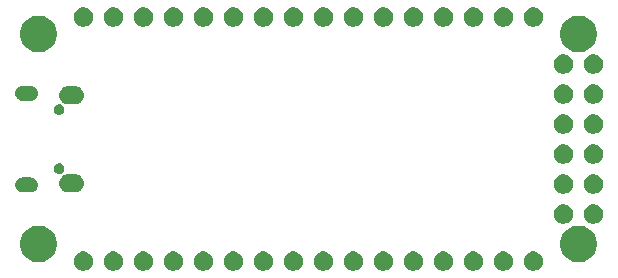
<source format=gbs>
G04 #@! TF.GenerationSoftware,KiCad,Pcbnew,5.1.5-52549c5~84~ubuntu18.04.1*
G04 #@! TF.CreationDate,2019-12-30T17:09:40-05:00*
G04 #@! TF.ProjectId,junebug,6a756e65-6275-4672-9e6b-696361645f70,rev?*
G04 #@! TF.SameCoordinates,Original*
G04 #@! TF.FileFunction,Soldermask,Bot*
G04 #@! TF.FilePolarity,Negative*
%FSLAX46Y46*%
G04 Gerber Fmt 4.6, Leading zero omitted, Abs format (unit mm)*
G04 Created by KiCad (PCBNEW 5.1.5-52549c5~84~ubuntu18.04.1) date 2019-12-30 17:09:40*
%MOMM*%
%LPD*%
G04 APERTURE LIST*
%ADD10C,0.100000*%
G04 APERTURE END LIST*
D10*
G36*
X85129419Y-96970742D02*
G01*
X85278795Y-97032616D01*
X85413230Y-97122443D01*
X85527557Y-97236770D01*
X85617384Y-97371205D01*
X85679258Y-97520581D01*
X85710800Y-97679158D01*
X85710800Y-97840842D01*
X85679258Y-97999419D01*
X85617384Y-98148795D01*
X85527557Y-98283230D01*
X85413230Y-98397557D01*
X85278795Y-98487384D01*
X85129419Y-98549258D01*
X84970842Y-98580800D01*
X84809158Y-98580800D01*
X84650581Y-98549258D01*
X84501205Y-98487384D01*
X84366770Y-98397557D01*
X84252443Y-98283230D01*
X84162616Y-98148795D01*
X84100742Y-97999419D01*
X84069200Y-97840842D01*
X84069200Y-97679158D01*
X84100742Y-97520581D01*
X84162616Y-97371205D01*
X84252443Y-97236770D01*
X84366770Y-97122443D01*
X84501205Y-97032616D01*
X84650581Y-96970742D01*
X84809158Y-96939200D01*
X84970842Y-96939200D01*
X85129419Y-96970742D01*
G37*
G36*
X100369419Y-96970742D02*
G01*
X100518795Y-97032616D01*
X100653230Y-97122443D01*
X100767557Y-97236770D01*
X100857384Y-97371205D01*
X100919258Y-97520581D01*
X100950800Y-97679158D01*
X100950800Y-97840842D01*
X100919258Y-97999419D01*
X100857384Y-98148795D01*
X100767557Y-98283230D01*
X100653230Y-98397557D01*
X100518795Y-98487384D01*
X100369419Y-98549258D01*
X100210842Y-98580800D01*
X100049158Y-98580800D01*
X99890581Y-98549258D01*
X99741205Y-98487384D01*
X99606770Y-98397557D01*
X99492443Y-98283230D01*
X99402616Y-98148795D01*
X99340742Y-97999419D01*
X99309200Y-97840842D01*
X99309200Y-97679158D01*
X99340742Y-97520581D01*
X99402616Y-97371205D01*
X99492443Y-97236770D01*
X99606770Y-97122443D01*
X99741205Y-97032616D01*
X99890581Y-96970742D01*
X100049158Y-96939200D01*
X100210842Y-96939200D01*
X100369419Y-96970742D01*
G37*
G36*
X82589419Y-96970742D02*
G01*
X82738795Y-97032616D01*
X82873230Y-97122443D01*
X82987557Y-97236770D01*
X83077384Y-97371205D01*
X83139258Y-97520581D01*
X83170800Y-97679158D01*
X83170800Y-97840842D01*
X83139258Y-97999419D01*
X83077384Y-98148795D01*
X82987557Y-98283230D01*
X82873230Y-98397557D01*
X82738795Y-98487384D01*
X82589419Y-98549258D01*
X82430842Y-98580800D01*
X82269158Y-98580800D01*
X82110581Y-98549258D01*
X81961205Y-98487384D01*
X81826770Y-98397557D01*
X81712443Y-98283230D01*
X81622616Y-98148795D01*
X81560742Y-97999419D01*
X81529200Y-97840842D01*
X81529200Y-97679158D01*
X81560742Y-97520581D01*
X81622616Y-97371205D01*
X81712443Y-97236770D01*
X81826770Y-97122443D01*
X81961205Y-97032616D01*
X82110581Y-96970742D01*
X82269158Y-96939200D01*
X82430842Y-96939200D01*
X82589419Y-96970742D01*
G37*
G36*
X87669419Y-96970742D02*
G01*
X87818795Y-97032616D01*
X87953230Y-97122443D01*
X88067557Y-97236770D01*
X88157384Y-97371205D01*
X88219258Y-97520581D01*
X88250800Y-97679158D01*
X88250800Y-97840842D01*
X88219258Y-97999419D01*
X88157384Y-98148795D01*
X88067557Y-98283230D01*
X87953230Y-98397557D01*
X87818795Y-98487384D01*
X87669419Y-98549258D01*
X87510842Y-98580800D01*
X87349158Y-98580800D01*
X87190581Y-98549258D01*
X87041205Y-98487384D01*
X86906770Y-98397557D01*
X86792443Y-98283230D01*
X86702616Y-98148795D01*
X86640742Y-97999419D01*
X86609200Y-97840842D01*
X86609200Y-97679158D01*
X86640742Y-97520581D01*
X86702616Y-97371205D01*
X86792443Y-97236770D01*
X86906770Y-97122443D01*
X87041205Y-97032616D01*
X87190581Y-96970742D01*
X87349158Y-96939200D01*
X87510842Y-96939200D01*
X87669419Y-96970742D01*
G37*
G36*
X90209419Y-96970742D02*
G01*
X90358795Y-97032616D01*
X90493230Y-97122443D01*
X90607557Y-97236770D01*
X90697384Y-97371205D01*
X90759258Y-97520581D01*
X90790800Y-97679158D01*
X90790800Y-97840842D01*
X90759258Y-97999419D01*
X90697384Y-98148795D01*
X90607557Y-98283230D01*
X90493230Y-98397557D01*
X90358795Y-98487384D01*
X90209419Y-98549258D01*
X90050842Y-98580800D01*
X89889158Y-98580800D01*
X89730581Y-98549258D01*
X89581205Y-98487384D01*
X89446770Y-98397557D01*
X89332443Y-98283230D01*
X89242616Y-98148795D01*
X89180742Y-97999419D01*
X89149200Y-97840842D01*
X89149200Y-97679158D01*
X89180742Y-97520581D01*
X89242616Y-97371205D01*
X89332443Y-97236770D01*
X89446770Y-97122443D01*
X89581205Y-97032616D01*
X89730581Y-96970742D01*
X89889158Y-96939200D01*
X90050842Y-96939200D01*
X90209419Y-96970742D01*
G37*
G36*
X92749419Y-96970742D02*
G01*
X92898795Y-97032616D01*
X93033230Y-97122443D01*
X93147557Y-97236770D01*
X93237384Y-97371205D01*
X93299258Y-97520581D01*
X93330800Y-97679158D01*
X93330800Y-97840842D01*
X93299258Y-97999419D01*
X93237384Y-98148795D01*
X93147557Y-98283230D01*
X93033230Y-98397557D01*
X92898795Y-98487384D01*
X92749419Y-98549258D01*
X92590842Y-98580800D01*
X92429158Y-98580800D01*
X92270581Y-98549258D01*
X92121205Y-98487384D01*
X91986770Y-98397557D01*
X91872443Y-98283230D01*
X91782616Y-98148795D01*
X91720742Y-97999419D01*
X91689200Y-97840842D01*
X91689200Y-97679158D01*
X91720742Y-97520581D01*
X91782616Y-97371205D01*
X91872443Y-97236770D01*
X91986770Y-97122443D01*
X92121205Y-97032616D01*
X92270581Y-96970742D01*
X92429158Y-96939200D01*
X92590842Y-96939200D01*
X92749419Y-96970742D01*
G37*
G36*
X95289419Y-96970742D02*
G01*
X95438795Y-97032616D01*
X95573230Y-97122443D01*
X95687557Y-97236770D01*
X95777384Y-97371205D01*
X95839258Y-97520581D01*
X95870800Y-97679158D01*
X95870800Y-97840842D01*
X95839258Y-97999419D01*
X95777384Y-98148795D01*
X95687557Y-98283230D01*
X95573230Y-98397557D01*
X95438795Y-98487384D01*
X95289419Y-98549258D01*
X95130842Y-98580800D01*
X94969158Y-98580800D01*
X94810581Y-98549258D01*
X94661205Y-98487384D01*
X94526770Y-98397557D01*
X94412443Y-98283230D01*
X94322616Y-98148795D01*
X94260742Y-97999419D01*
X94229200Y-97840842D01*
X94229200Y-97679158D01*
X94260742Y-97520581D01*
X94322616Y-97371205D01*
X94412443Y-97236770D01*
X94526770Y-97122443D01*
X94661205Y-97032616D01*
X94810581Y-96970742D01*
X94969158Y-96939200D01*
X95130842Y-96939200D01*
X95289419Y-96970742D01*
G37*
G36*
X97829419Y-96970742D02*
G01*
X97978795Y-97032616D01*
X98113230Y-97122443D01*
X98227557Y-97236770D01*
X98317384Y-97371205D01*
X98379258Y-97520581D01*
X98410800Y-97679158D01*
X98410800Y-97840842D01*
X98379258Y-97999419D01*
X98317384Y-98148795D01*
X98227557Y-98283230D01*
X98113230Y-98397557D01*
X97978795Y-98487384D01*
X97829419Y-98549258D01*
X97670842Y-98580800D01*
X97509158Y-98580800D01*
X97350581Y-98549258D01*
X97201205Y-98487384D01*
X97066770Y-98397557D01*
X96952443Y-98283230D01*
X96862616Y-98148795D01*
X96800742Y-97999419D01*
X96769200Y-97840842D01*
X96769200Y-97679158D01*
X96800742Y-97520581D01*
X96862616Y-97371205D01*
X96952443Y-97236770D01*
X97066770Y-97122443D01*
X97201205Y-97032616D01*
X97350581Y-96970742D01*
X97509158Y-96939200D01*
X97670842Y-96939200D01*
X97829419Y-96970742D01*
G37*
G36*
X105449419Y-96970742D02*
G01*
X105598795Y-97032616D01*
X105733230Y-97122443D01*
X105847557Y-97236770D01*
X105937384Y-97371205D01*
X105999258Y-97520581D01*
X106030800Y-97679158D01*
X106030800Y-97840842D01*
X105999258Y-97999419D01*
X105937384Y-98148795D01*
X105847557Y-98283230D01*
X105733230Y-98397557D01*
X105598795Y-98487384D01*
X105449419Y-98549258D01*
X105290842Y-98580800D01*
X105129158Y-98580800D01*
X104970581Y-98549258D01*
X104821205Y-98487384D01*
X104686770Y-98397557D01*
X104572443Y-98283230D01*
X104482616Y-98148795D01*
X104420742Y-97999419D01*
X104389200Y-97840842D01*
X104389200Y-97679158D01*
X104420742Y-97520581D01*
X104482616Y-97371205D01*
X104572443Y-97236770D01*
X104686770Y-97122443D01*
X104821205Y-97032616D01*
X104970581Y-96970742D01*
X105129158Y-96939200D01*
X105290842Y-96939200D01*
X105449419Y-96970742D01*
G37*
G36*
X120689419Y-96970742D02*
G01*
X120838795Y-97032616D01*
X120973230Y-97122443D01*
X121087557Y-97236770D01*
X121177384Y-97371205D01*
X121239258Y-97520581D01*
X121270800Y-97679158D01*
X121270800Y-97840842D01*
X121239258Y-97999419D01*
X121177384Y-98148795D01*
X121087557Y-98283230D01*
X120973230Y-98397557D01*
X120838795Y-98487384D01*
X120689419Y-98549258D01*
X120530842Y-98580800D01*
X120369158Y-98580800D01*
X120210581Y-98549258D01*
X120061205Y-98487384D01*
X119926770Y-98397557D01*
X119812443Y-98283230D01*
X119722616Y-98148795D01*
X119660742Y-97999419D01*
X119629200Y-97840842D01*
X119629200Y-97679158D01*
X119660742Y-97520581D01*
X119722616Y-97371205D01*
X119812443Y-97236770D01*
X119926770Y-97122443D01*
X120061205Y-97032616D01*
X120210581Y-96970742D01*
X120369158Y-96939200D01*
X120530842Y-96939200D01*
X120689419Y-96970742D01*
G37*
G36*
X118149419Y-96970742D02*
G01*
X118298795Y-97032616D01*
X118433230Y-97122443D01*
X118547557Y-97236770D01*
X118637384Y-97371205D01*
X118699258Y-97520581D01*
X118730800Y-97679158D01*
X118730800Y-97840842D01*
X118699258Y-97999419D01*
X118637384Y-98148795D01*
X118547557Y-98283230D01*
X118433230Y-98397557D01*
X118298795Y-98487384D01*
X118149419Y-98549258D01*
X117990842Y-98580800D01*
X117829158Y-98580800D01*
X117670581Y-98549258D01*
X117521205Y-98487384D01*
X117386770Y-98397557D01*
X117272443Y-98283230D01*
X117182616Y-98148795D01*
X117120742Y-97999419D01*
X117089200Y-97840842D01*
X117089200Y-97679158D01*
X117120742Y-97520581D01*
X117182616Y-97371205D01*
X117272443Y-97236770D01*
X117386770Y-97122443D01*
X117521205Y-97032616D01*
X117670581Y-96970742D01*
X117829158Y-96939200D01*
X117990842Y-96939200D01*
X118149419Y-96970742D01*
G37*
G36*
X115609419Y-96970742D02*
G01*
X115758795Y-97032616D01*
X115893230Y-97122443D01*
X116007557Y-97236770D01*
X116097384Y-97371205D01*
X116159258Y-97520581D01*
X116190800Y-97679158D01*
X116190800Y-97840842D01*
X116159258Y-97999419D01*
X116097384Y-98148795D01*
X116007557Y-98283230D01*
X115893230Y-98397557D01*
X115758795Y-98487384D01*
X115609419Y-98549258D01*
X115450842Y-98580800D01*
X115289158Y-98580800D01*
X115130581Y-98549258D01*
X114981205Y-98487384D01*
X114846770Y-98397557D01*
X114732443Y-98283230D01*
X114642616Y-98148795D01*
X114580742Y-97999419D01*
X114549200Y-97840842D01*
X114549200Y-97679158D01*
X114580742Y-97520581D01*
X114642616Y-97371205D01*
X114732443Y-97236770D01*
X114846770Y-97122443D01*
X114981205Y-97032616D01*
X115130581Y-96970742D01*
X115289158Y-96939200D01*
X115450842Y-96939200D01*
X115609419Y-96970742D01*
G37*
G36*
X113069419Y-96970742D02*
G01*
X113218795Y-97032616D01*
X113353230Y-97122443D01*
X113467557Y-97236770D01*
X113557384Y-97371205D01*
X113619258Y-97520581D01*
X113650800Y-97679158D01*
X113650800Y-97840842D01*
X113619258Y-97999419D01*
X113557384Y-98148795D01*
X113467557Y-98283230D01*
X113353230Y-98397557D01*
X113218795Y-98487384D01*
X113069419Y-98549258D01*
X112910842Y-98580800D01*
X112749158Y-98580800D01*
X112590581Y-98549258D01*
X112441205Y-98487384D01*
X112306770Y-98397557D01*
X112192443Y-98283230D01*
X112102616Y-98148795D01*
X112040742Y-97999419D01*
X112009200Y-97840842D01*
X112009200Y-97679158D01*
X112040742Y-97520581D01*
X112102616Y-97371205D01*
X112192443Y-97236770D01*
X112306770Y-97122443D01*
X112441205Y-97032616D01*
X112590581Y-96970742D01*
X112749158Y-96939200D01*
X112910842Y-96939200D01*
X113069419Y-96970742D01*
G37*
G36*
X110529419Y-96970742D02*
G01*
X110678795Y-97032616D01*
X110813230Y-97122443D01*
X110927557Y-97236770D01*
X111017384Y-97371205D01*
X111079258Y-97520581D01*
X111110800Y-97679158D01*
X111110800Y-97840842D01*
X111079258Y-97999419D01*
X111017384Y-98148795D01*
X110927557Y-98283230D01*
X110813230Y-98397557D01*
X110678795Y-98487384D01*
X110529419Y-98549258D01*
X110370842Y-98580800D01*
X110209158Y-98580800D01*
X110050581Y-98549258D01*
X109901205Y-98487384D01*
X109766770Y-98397557D01*
X109652443Y-98283230D01*
X109562616Y-98148795D01*
X109500742Y-97999419D01*
X109469200Y-97840842D01*
X109469200Y-97679158D01*
X109500742Y-97520581D01*
X109562616Y-97371205D01*
X109652443Y-97236770D01*
X109766770Y-97122443D01*
X109901205Y-97032616D01*
X110050581Y-96970742D01*
X110209158Y-96939200D01*
X110370842Y-96939200D01*
X110529419Y-96970742D01*
G37*
G36*
X107989419Y-96970742D02*
G01*
X108138795Y-97032616D01*
X108273230Y-97122443D01*
X108387557Y-97236770D01*
X108477384Y-97371205D01*
X108539258Y-97520581D01*
X108570800Y-97679158D01*
X108570800Y-97840842D01*
X108539258Y-97999419D01*
X108477384Y-98148795D01*
X108387557Y-98283230D01*
X108273230Y-98397557D01*
X108138795Y-98487384D01*
X107989419Y-98549258D01*
X107830842Y-98580800D01*
X107669158Y-98580800D01*
X107510581Y-98549258D01*
X107361205Y-98487384D01*
X107226770Y-98397557D01*
X107112443Y-98283230D01*
X107022616Y-98148795D01*
X106960742Y-97999419D01*
X106929200Y-97840842D01*
X106929200Y-97679158D01*
X106960742Y-97520581D01*
X107022616Y-97371205D01*
X107112443Y-97236770D01*
X107226770Y-97122443D01*
X107361205Y-97032616D01*
X107510581Y-96970742D01*
X107669158Y-96939200D01*
X107830842Y-96939200D01*
X107989419Y-96970742D01*
G37*
G36*
X102909419Y-96970742D02*
G01*
X103058795Y-97032616D01*
X103193230Y-97122443D01*
X103307557Y-97236770D01*
X103397384Y-97371205D01*
X103459258Y-97520581D01*
X103490800Y-97679158D01*
X103490800Y-97840842D01*
X103459258Y-97999419D01*
X103397384Y-98148795D01*
X103307557Y-98283230D01*
X103193230Y-98397557D01*
X103058795Y-98487384D01*
X102909419Y-98549258D01*
X102750842Y-98580800D01*
X102589158Y-98580800D01*
X102430581Y-98549258D01*
X102281205Y-98487384D01*
X102146770Y-98397557D01*
X102032443Y-98283230D01*
X101942616Y-98148795D01*
X101880742Y-97999419D01*
X101849200Y-97840842D01*
X101849200Y-97679158D01*
X101880742Y-97520581D01*
X101942616Y-97371205D01*
X102032443Y-97236770D01*
X102146770Y-97122443D01*
X102281205Y-97032616D01*
X102430581Y-96970742D01*
X102589158Y-96939200D01*
X102750842Y-96939200D01*
X102909419Y-96970742D01*
G37*
G36*
X78992352Y-94828796D02*
G01*
X79274579Y-94945699D01*
X79528578Y-95115415D01*
X79744585Y-95331422D01*
X79914301Y-95585421D01*
X80031204Y-95867648D01*
X80090800Y-96167259D01*
X80090800Y-96472741D01*
X80031204Y-96772352D01*
X79914301Y-97054579D01*
X79744585Y-97308578D01*
X79528578Y-97524585D01*
X79274579Y-97694301D01*
X78992352Y-97811204D01*
X78692741Y-97870800D01*
X78387259Y-97870800D01*
X78087648Y-97811204D01*
X77805421Y-97694301D01*
X77551422Y-97524585D01*
X77335415Y-97308578D01*
X77165699Y-97054579D01*
X77048796Y-96772352D01*
X76989200Y-96472741D01*
X76989200Y-96167259D01*
X77048796Y-95867648D01*
X77165699Y-95585421D01*
X77335415Y-95331422D01*
X77551422Y-95115415D01*
X77805421Y-94945699D01*
X78087648Y-94828796D01*
X78387259Y-94769200D01*
X78692741Y-94769200D01*
X78992352Y-94828796D01*
G37*
G36*
X124712352Y-94828796D02*
G01*
X124994579Y-94945699D01*
X125248578Y-95115415D01*
X125464585Y-95331422D01*
X125634301Y-95585421D01*
X125751204Y-95867648D01*
X125810800Y-96167259D01*
X125810800Y-96472741D01*
X125751204Y-96772352D01*
X125634301Y-97054579D01*
X125464585Y-97308578D01*
X125248578Y-97524585D01*
X124994579Y-97694301D01*
X124712352Y-97811204D01*
X124412741Y-97870800D01*
X124107259Y-97870800D01*
X123807648Y-97811204D01*
X123525421Y-97694301D01*
X123271422Y-97524585D01*
X123055415Y-97308578D01*
X122885699Y-97054579D01*
X122768796Y-96772352D01*
X122709200Y-96472741D01*
X122709200Y-96167259D01*
X122768796Y-95867648D01*
X122885699Y-95585421D01*
X123055415Y-95331422D01*
X123271422Y-95115415D01*
X123525421Y-94945699D01*
X123807648Y-94828796D01*
X124107259Y-94769200D01*
X124412741Y-94769200D01*
X124712352Y-94828796D01*
G37*
G36*
X125769419Y-92990742D02*
G01*
X125918795Y-93052616D01*
X126053230Y-93142443D01*
X126167557Y-93256770D01*
X126257384Y-93391205D01*
X126319258Y-93540581D01*
X126350800Y-93699158D01*
X126350800Y-93860842D01*
X126319258Y-94019419D01*
X126257384Y-94168795D01*
X126167557Y-94303230D01*
X126053230Y-94417557D01*
X125918795Y-94507384D01*
X125769419Y-94569258D01*
X125610842Y-94600800D01*
X125449158Y-94600800D01*
X125290581Y-94569258D01*
X125141205Y-94507384D01*
X125006770Y-94417557D01*
X124892443Y-94303230D01*
X124802616Y-94168795D01*
X124740742Y-94019419D01*
X124709200Y-93860842D01*
X124709200Y-93699158D01*
X124740742Y-93540581D01*
X124802616Y-93391205D01*
X124892443Y-93256770D01*
X125006770Y-93142443D01*
X125141205Y-93052616D01*
X125290581Y-92990742D01*
X125449158Y-92959200D01*
X125610842Y-92959200D01*
X125769419Y-92990742D01*
G37*
G36*
X123229419Y-92990742D02*
G01*
X123378795Y-93052616D01*
X123513230Y-93142443D01*
X123627557Y-93256770D01*
X123717384Y-93391205D01*
X123779258Y-93540581D01*
X123810800Y-93699158D01*
X123810800Y-93860842D01*
X123779258Y-94019419D01*
X123717384Y-94168795D01*
X123627557Y-94303230D01*
X123513230Y-94417557D01*
X123378795Y-94507384D01*
X123229419Y-94569258D01*
X123070842Y-94600800D01*
X122909158Y-94600800D01*
X122750581Y-94569258D01*
X122601205Y-94507384D01*
X122466770Y-94417557D01*
X122352443Y-94303230D01*
X122262616Y-94168795D01*
X122200742Y-94019419D01*
X122169200Y-93860842D01*
X122169200Y-93699158D01*
X122200742Y-93540581D01*
X122262616Y-93391205D01*
X122352443Y-93256770D01*
X122466770Y-93142443D01*
X122601205Y-93052616D01*
X122750581Y-92990742D01*
X122909158Y-92959200D01*
X123070842Y-92959200D01*
X123229419Y-92990742D01*
G37*
G36*
X125769419Y-90450742D02*
G01*
X125918795Y-90512616D01*
X126053230Y-90602443D01*
X126167557Y-90716770D01*
X126257384Y-90851205D01*
X126319258Y-91000581D01*
X126350800Y-91159158D01*
X126350800Y-91320842D01*
X126319258Y-91479419D01*
X126257384Y-91628795D01*
X126167557Y-91763230D01*
X126053230Y-91877557D01*
X125918795Y-91967384D01*
X125769419Y-92029258D01*
X125610842Y-92060800D01*
X125449158Y-92060800D01*
X125290581Y-92029258D01*
X125141205Y-91967384D01*
X125006770Y-91877557D01*
X124892443Y-91763230D01*
X124802616Y-91628795D01*
X124740742Y-91479419D01*
X124709200Y-91320842D01*
X124709200Y-91159158D01*
X124740742Y-91000581D01*
X124802616Y-90851205D01*
X124892443Y-90716770D01*
X125006770Y-90602443D01*
X125141205Y-90512616D01*
X125290581Y-90450742D01*
X125449158Y-90419200D01*
X125610842Y-90419200D01*
X125769419Y-90450742D01*
G37*
G36*
X123229419Y-90450742D02*
G01*
X123378795Y-90512616D01*
X123513230Y-90602443D01*
X123627557Y-90716770D01*
X123717384Y-90851205D01*
X123779258Y-91000581D01*
X123810800Y-91159158D01*
X123810800Y-91320842D01*
X123779258Y-91479419D01*
X123717384Y-91628795D01*
X123627557Y-91763230D01*
X123513230Y-91877557D01*
X123378795Y-91967384D01*
X123229419Y-92029258D01*
X123070842Y-92060800D01*
X122909158Y-92060800D01*
X122750581Y-92029258D01*
X122601205Y-91967384D01*
X122466770Y-91877557D01*
X122352443Y-91763230D01*
X122262616Y-91628795D01*
X122200742Y-91479419D01*
X122169200Y-91320842D01*
X122169200Y-91159158D01*
X122200742Y-91000581D01*
X122262616Y-90851205D01*
X122352443Y-90716770D01*
X122466770Y-90602443D01*
X122601205Y-90512616D01*
X122750581Y-90450742D01*
X122909158Y-90419200D01*
X123070842Y-90419200D01*
X123229419Y-90450742D01*
G37*
G36*
X77997674Y-90688255D02*
G01*
X77997677Y-90688256D01*
X77997678Y-90688256D01*
X78046390Y-90703033D01*
X78115643Y-90724040D01*
X78170000Y-90753094D01*
X78224358Y-90782149D01*
X78319648Y-90860352D01*
X78397851Y-90955642D01*
X78421871Y-91000581D01*
X78455960Y-91064357D01*
X78491745Y-91182326D01*
X78503828Y-91305000D01*
X78491745Y-91427674D01*
X78455960Y-91545643D01*
X78433268Y-91588096D01*
X78397851Y-91654358D01*
X78319648Y-91749648D01*
X78224358Y-91827851D01*
X78170000Y-91856905D01*
X78115643Y-91885960D01*
X78046390Y-91906967D01*
X77997678Y-91921744D01*
X77997677Y-91921744D01*
X77997674Y-91921745D01*
X77905738Y-91930800D01*
X77194262Y-91930800D01*
X77102326Y-91921745D01*
X77102323Y-91921744D01*
X77102322Y-91921744D01*
X77053610Y-91906967D01*
X76984357Y-91885960D01*
X76930000Y-91856905D01*
X76875642Y-91827851D01*
X76780352Y-91749648D01*
X76702149Y-91654358D01*
X76666732Y-91588096D01*
X76644040Y-91545643D01*
X76608255Y-91427674D01*
X76596172Y-91305000D01*
X76608255Y-91182326D01*
X76644040Y-91064357D01*
X76678129Y-91000581D01*
X76702149Y-90955642D01*
X76780352Y-90860352D01*
X76875642Y-90782149D01*
X76930000Y-90753094D01*
X76984357Y-90724040D01*
X77053610Y-90703033D01*
X77102322Y-90688256D01*
X77102323Y-90688256D01*
X77102326Y-90688255D01*
X77194262Y-90679200D01*
X77905738Y-90679200D01*
X77997674Y-90688255D01*
G37*
G36*
X81777080Y-90390425D02*
G01*
X81777083Y-90390426D01*
X81923322Y-90434787D01*
X82058096Y-90506825D01*
X82176227Y-90603773D01*
X82273175Y-90721904D01*
X82345213Y-90856678D01*
X82384501Y-90986195D01*
X82389575Y-91002920D01*
X82404554Y-91155000D01*
X82389575Y-91307080D01*
X82389574Y-91307083D01*
X82345213Y-91453322D01*
X82273175Y-91588096D01*
X82176227Y-91706227D01*
X82058096Y-91803175D01*
X81923322Y-91875213D01*
X81793805Y-91914501D01*
X81777080Y-91919575D01*
X81663110Y-91930800D01*
X81036890Y-91930800D01*
X80922920Y-91919575D01*
X80906195Y-91914501D01*
X80776678Y-91875213D01*
X80641904Y-91803175D01*
X80523773Y-91706227D01*
X80426825Y-91588096D01*
X80354787Y-91453322D01*
X80310426Y-91307083D01*
X80310425Y-91307080D01*
X80295446Y-91155000D01*
X80310425Y-91002920D01*
X80315499Y-90986195D01*
X80354787Y-90856678D01*
X80426825Y-90721904D01*
X80523773Y-90603773D01*
X80641904Y-90506825D01*
X80776678Y-90434787D01*
X80922917Y-90390426D01*
X80922920Y-90390425D01*
X81036890Y-90379200D01*
X81663110Y-90379200D01*
X81777080Y-90390425D01*
G37*
G36*
X80431494Y-89496524D02*
G01*
X80472513Y-89513515D01*
X80513534Y-89530506D01*
X80562646Y-89563322D01*
X80587370Y-89579842D01*
X80650158Y-89642630D01*
X80650159Y-89642632D01*
X80699494Y-89716466D01*
X80733476Y-89798507D01*
X80750800Y-89885600D01*
X80750800Y-89974400D01*
X80733476Y-90061493D01*
X80699494Y-90143534D01*
X80666678Y-90192646D01*
X80650158Y-90217370D01*
X80587370Y-90280158D01*
X80562646Y-90296678D01*
X80513534Y-90329494D01*
X80431494Y-90363476D01*
X80344400Y-90380800D01*
X80255600Y-90380800D01*
X80168506Y-90363476D01*
X80086466Y-90329494D01*
X80037354Y-90296678D01*
X80012630Y-90280158D01*
X79949842Y-90217370D01*
X79933322Y-90192646D01*
X79900506Y-90143534D01*
X79866524Y-90061493D01*
X79849200Y-89974400D01*
X79849200Y-89885600D01*
X79866524Y-89798507D01*
X79900506Y-89716466D01*
X79949841Y-89642632D01*
X79949842Y-89642630D01*
X80012630Y-89579842D01*
X80037354Y-89563322D01*
X80086466Y-89530506D01*
X80168506Y-89496524D01*
X80255600Y-89479200D01*
X80344400Y-89479200D01*
X80431494Y-89496524D01*
G37*
G36*
X125769419Y-87910742D02*
G01*
X125918795Y-87972616D01*
X126053230Y-88062443D01*
X126167557Y-88176770D01*
X126257384Y-88311205D01*
X126319258Y-88460581D01*
X126350800Y-88619158D01*
X126350800Y-88780842D01*
X126319258Y-88939419D01*
X126257384Y-89088795D01*
X126167557Y-89223230D01*
X126053230Y-89337557D01*
X125918795Y-89427384D01*
X125769419Y-89489258D01*
X125610842Y-89520800D01*
X125449158Y-89520800D01*
X125290581Y-89489258D01*
X125141205Y-89427384D01*
X125006770Y-89337557D01*
X124892443Y-89223230D01*
X124802616Y-89088795D01*
X124740742Y-88939419D01*
X124709200Y-88780842D01*
X124709200Y-88619158D01*
X124740742Y-88460581D01*
X124802616Y-88311205D01*
X124892443Y-88176770D01*
X125006770Y-88062443D01*
X125141205Y-87972616D01*
X125290581Y-87910742D01*
X125449158Y-87879200D01*
X125610842Y-87879200D01*
X125769419Y-87910742D01*
G37*
G36*
X123229419Y-87910742D02*
G01*
X123378795Y-87972616D01*
X123513230Y-88062443D01*
X123627557Y-88176770D01*
X123717384Y-88311205D01*
X123779258Y-88460581D01*
X123810800Y-88619158D01*
X123810800Y-88780842D01*
X123779258Y-88939419D01*
X123717384Y-89088795D01*
X123627557Y-89223230D01*
X123513230Y-89337557D01*
X123378795Y-89427384D01*
X123229419Y-89489258D01*
X123070842Y-89520800D01*
X122909158Y-89520800D01*
X122750581Y-89489258D01*
X122601205Y-89427384D01*
X122466770Y-89337557D01*
X122352443Y-89223230D01*
X122262616Y-89088795D01*
X122200742Y-88939419D01*
X122169200Y-88780842D01*
X122169200Y-88619158D01*
X122200742Y-88460581D01*
X122262616Y-88311205D01*
X122352443Y-88176770D01*
X122466770Y-88062443D01*
X122601205Y-87972616D01*
X122750581Y-87910742D01*
X122909158Y-87879200D01*
X123070842Y-87879200D01*
X123229419Y-87910742D01*
G37*
G36*
X125769419Y-85370742D02*
G01*
X125918795Y-85432616D01*
X126053230Y-85522443D01*
X126167557Y-85636770D01*
X126257384Y-85771205D01*
X126319258Y-85920581D01*
X126350800Y-86079158D01*
X126350800Y-86240842D01*
X126319258Y-86399419D01*
X126257384Y-86548795D01*
X126167557Y-86683230D01*
X126053230Y-86797557D01*
X125918795Y-86887384D01*
X125769419Y-86949258D01*
X125610842Y-86980800D01*
X125449158Y-86980800D01*
X125290581Y-86949258D01*
X125141205Y-86887384D01*
X125006770Y-86797557D01*
X124892443Y-86683230D01*
X124802616Y-86548795D01*
X124740742Y-86399419D01*
X124709200Y-86240842D01*
X124709200Y-86079158D01*
X124740742Y-85920581D01*
X124802616Y-85771205D01*
X124892443Y-85636770D01*
X125006770Y-85522443D01*
X125141205Y-85432616D01*
X125290581Y-85370742D01*
X125449158Y-85339200D01*
X125610842Y-85339200D01*
X125769419Y-85370742D01*
G37*
G36*
X123229419Y-85370742D02*
G01*
X123378795Y-85432616D01*
X123513230Y-85522443D01*
X123627557Y-85636770D01*
X123717384Y-85771205D01*
X123779258Y-85920581D01*
X123810800Y-86079158D01*
X123810800Y-86240842D01*
X123779258Y-86399419D01*
X123717384Y-86548795D01*
X123627557Y-86683230D01*
X123513230Y-86797557D01*
X123378795Y-86887384D01*
X123229419Y-86949258D01*
X123070842Y-86980800D01*
X122909158Y-86980800D01*
X122750581Y-86949258D01*
X122601205Y-86887384D01*
X122466770Y-86797557D01*
X122352443Y-86683230D01*
X122262616Y-86548795D01*
X122200742Y-86399419D01*
X122169200Y-86240842D01*
X122169200Y-86079158D01*
X122200742Y-85920581D01*
X122262616Y-85771205D01*
X122352443Y-85636770D01*
X122466770Y-85522443D01*
X122601205Y-85432616D01*
X122750581Y-85370742D01*
X122909158Y-85339200D01*
X123070842Y-85339200D01*
X123229419Y-85370742D01*
G37*
G36*
X80431494Y-84496524D02*
G01*
X80513534Y-84530506D01*
X80562646Y-84563322D01*
X80587370Y-84579842D01*
X80650158Y-84642630D01*
X80650159Y-84642632D01*
X80699494Y-84716466D01*
X80733476Y-84798507D01*
X80750800Y-84885600D01*
X80750800Y-84974400D01*
X80733476Y-85061493D01*
X80699494Y-85143534D01*
X80666678Y-85192646D01*
X80650158Y-85217370D01*
X80587370Y-85280158D01*
X80562646Y-85296678D01*
X80513534Y-85329494D01*
X80490101Y-85339200D01*
X80431494Y-85363476D01*
X80344400Y-85380800D01*
X80255600Y-85380800D01*
X80168506Y-85363476D01*
X80109899Y-85339200D01*
X80086466Y-85329494D01*
X80037354Y-85296678D01*
X80012630Y-85280158D01*
X79949842Y-85217370D01*
X79933322Y-85192646D01*
X79900506Y-85143534D01*
X79866524Y-85061493D01*
X79849200Y-84974400D01*
X79849200Y-84885600D01*
X79866524Y-84798507D01*
X79900506Y-84716466D01*
X79949841Y-84642632D01*
X79949842Y-84642630D01*
X80012630Y-84579842D01*
X80037354Y-84563322D01*
X80086466Y-84530506D01*
X80127487Y-84513515D01*
X80168506Y-84496524D01*
X80255600Y-84479200D01*
X80344400Y-84479200D01*
X80431494Y-84496524D01*
G37*
G36*
X81777080Y-82940425D02*
G01*
X81777083Y-82940426D01*
X81923322Y-82984787D01*
X82058096Y-83056825D01*
X82176227Y-83153773D01*
X82273175Y-83271904D01*
X82345213Y-83406678D01*
X82352993Y-83432326D01*
X82389575Y-83552920D01*
X82404554Y-83705000D01*
X82389575Y-83857080D01*
X82389574Y-83857083D01*
X82345213Y-84003322D01*
X82273175Y-84138096D01*
X82176227Y-84256227D01*
X82058096Y-84353175D01*
X81923322Y-84425213D01*
X81793805Y-84464501D01*
X81777080Y-84469575D01*
X81663110Y-84480800D01*
X81036890Y-84480800D01*
X80922920Y-84469575D01*
X80906195Y-84464501D01*
X80776678Y-84425213D01*
X80641904Y-84353175D01*
X80523773Y-84256227D01*
X80426825Y-84138096D01*
X80354787Y-84003322D01*
X80310426Y-83857083D01*
X80310425Y-83857080D01*
X80295446Y-83705000D01*
X80310425Y-83552920D01*
X80347007Y-83432326D01*
X80354787Y-83406678D01*
X80426825Y-83271904D01*
X80523773Y-83153773D01*
X80641904Y-83056825D01*
X80776678Y-82984787D01*
X80922917Y-82940426D01*
X80922920Y-82940425D01*
X81036890Y-82929200D01*
X81663110Y-82929200D01*
X81777080Y-82940425D01*
G37*
G36*
X125769419Y-82830742D02*
G01*
X125918795Y-82892616D01*
X126053230Y-82982443D01*
X126167557Y-83096770D01*
X126257384Y-83231205D01*
X126319258Y-83380581D01*
X126350800Y-83539158D01*
X126350800Y-83700842D01*
X126319258Y-83859419D01*
X126257384Y-84008795D01*
X126167557Y-84143230D01*
X126053230Y-84257557D01*
X125918795Y-84347384D01*
X125769419Y-84409258D01*
X125610842Y-84440800D01*
X125449158Y-84440800D01*
X125290581Y-84409258D01*
X125141205Y-84347384D01*
X125006770Y-84257557D01*
X124892443Y-84143230D01*
X124802616Y-84008795D01*
X124740742Y-83859419D01*
X124709200Y-83700842D01*
X124709200Y-83539158D01*
X124740742Y-83380581D01*
X124802616Y-83231205D01*
X124892443Y-83096770D01*
X125006770Y-82982443D01*
X125141205Y-82892616D01*
X125290581Y-82830742D01*
X125449158Y-82799200D01*
X125610842Y-82799200D01*
X125769419Y-82830742D01*
G37*
G36*
X123229419Y-82830742D02*
G01*
X123378795Y-82892616D01*
X123513230Y-82982443D01*
X123627557Y-83096770D01*
X123717384Y-83231205D01*
X123779258Y-83380581D01*
X123810800Y-83539158D01*
X123810800Y-83700842D01*
X123779258Y-83859419D01*
X123717384Y-84008795D01*
X123627557Y-84143230D01*
X123513230Y-84257557D01*
X123378795Y-84347384D01*
X123229419Y-84409258D01*
X123070842Y-84440800D01*
X122909158Y-84440800D01*
X122750581Y-84409258D01*
X122601205Y-84347384D01*
X122466770Y-84257557D01*
X122352443Y-84143230D01*
X122262616Y-84008795D01*
X122200742Y-83859419D01*
X122169200Y-83700842D01*
X122169200Y-83539158D01*
X122200742Y-83380581D01*
X122262616Y-83231205D01*
X122352443Y-83096770D01*
X122466770Y-82982443D01*
X122601205Y-82892616D01*
X122750581Y-82830742D01*
X122909158Y-82799200D01*
X123070842Y-82799200D01*
X123229419Y-82830742D01*
G37*
G36*
X77997674Y-82938255D02*
G01*
X77997677Y-82938256D01*
X77997678Y-82938256D01*
X78046390Y-82953033D01*
X78115643Y-82974040D01*
X78170000Y-83003095D01*
X78224358Y-83032149D01*
X78319648Y-83110352D01*
X78397851Y-83205642D01*
X78411514Y-83231205D01*
X78455960Y-83314357D01*
X78491745Y-83432326D01*
X78503828Y-83555000D01*
X78491745Y-83677674D01*
X78455960Y-83795643D01*
X78426906Y-83850000D01*
X78397851Y-83904358D01*
X78319648Y-83999648D01*
X78224358Y-84077851D01*
X78170000Y-84106905D01*
X78115643Y-84135960D01*
X78091673Y-84143231D01*
X77997678Y-84171744D01*
X77997677Y-84171744D01*
X77997674Y-84171745D01*
X77905738Y-84180800D01*
X77194262Y-84180800D01*
X77102326Y-84171745D01*
X77102323Y-84171744D01*
X77102322Y-84171744D01*
X77008327Y-84143231D01*
X76984357Y-84135960D01*
X76930000Y-84106905D01*
X76875642Y-84077851D01*
X76780352Y-83999648D01*
X76702149Y-83904358D01*
X76673094Y-83850000D01*
X76644040Y-83795643D01*
X76608255Y-83677674D01*
X76596172Y-83555000D01*
X76608255Y-83432326D01*
X76644040Y-83314357D01*
X76688486Y-83231205D01*
X76702149Y-83205642D01*
X76780352Y-83110352D01*
X76875642Y-83032149D01*
X76930000Y-83003095D01*
X76984357Y-82974040D01*
X77053610Y-82953033D01*
X77102322Y-82938256D01*
X77102323Y-82938256D01*
X77102326Y-82938255D01*
X77194262Y-82929200D01*
X77905738Y-82929200D01*
X77997674Y-82938255D01*
G37*
G36*
X125769419Y-80290742D02*
G01*
X125918795Y-80352616D01*
X126053230Y-80442443D01*
X126167557Y-80556770D01*
X126257384Y-80691205D01*
X126319258Y-80840581D01*
X126350800Y-80999158D01*
X126350800Y-81160842D01*
X126319258Y-81319419D01*
X126257384Y-81468795D01*
X126167557Y-81603230D01*
X126053230Y-81717557D01*
X125918795Y-81807384D01*
X125769419Y-81869258D01*
X125610842Y-81900800D01*
X125449158Y-81900800D01*
X125290581Y-81869258D01*
X125141205Y-81807384D01*
X125006770Y-81717557D01*
X124892443Y-81603230D01*
X124802616Y-81468795D01*
X124740742Y-81319419D01*
X124709200Y-81160842D01*
X124709200Y-80999158D01*
X124740742Y-80840581D01*
X124802616Y-80691205D01*
X124892443Y-80556770D01*
X125006770Y-80442443D01*
X125141205Y-80352616D01*
X125290581Y-80290742D01*
X125449158Y-80259200D01*
X125610842Y-80259200D01*
X125769419Y-80290742D01*
G37*
G36*
X123229419Y-80290742D02*
G01*
X123378795Y-80352616D01*
X123513230Y-80442443D01*
X123627557Y-80556770D01*
X123717384Y-80691205D01*
X123779258Y-80840581D01*
X123810800Y-80999158D01*
X123810800Y-81160842D01*
X123779258Y-81319419D01*
X123717384Y-81468795D01*
X123627557Y-81603230D01*
X123513230Y-81717557D01*
X123378795Y-81807384D01*
X123229419Y-81869258D01*
X123070842Y-81900800D01*
X122909158Y-81900800D01*
X122750581Y-81869258D01*
X122601205Y-81807384D01*
X122466770Y-81717557D01*
X122352443Y-81603230D01*
X122262616Y-81468795D01*
X122200742Y-81319419D01*
X122169200Y-81160842D01*
X122169200Y-80999158D01*
X122200742Y-80840581D01*
X122262616Y-80691205D01*
X122352443Y-80556770D01*
X122466770Y-80442443D01*
X122601205Y-80352616D01*
X122750581Y-80290742D01*
X122909158Y-80259200D01*
X123070842Y-80259200D01*
X123229419Y-80290742D01*
G37*
G36*
X124712352Y-77048796D02*
G01*
X124994579Y-77165699D01*
X125248578Y-77335415D01*
X125464585Y-77551422D01*
X125634301Y-77805421D01*
X125751204Y-78087648D01*
X125810800Y-78387259D01*
X125810800Y-78692741D01*
X125751204Y-78992352D01*
X125634301Y-79274579D01*
X125464585Y-79528578D01*
X125248578Y-79744585D01*
X124994579Y-79914301D01*
X124712352Y-80031204D01*
X124412741Y-80090800D01*
X124107259Y-80090800D01*
X123807648Y-80031204D01*
X123525421Y-79914301D01*
X123271422Y-79744585D01*
X123055415Y-79528578D01*
X122885699Y-79274579D01*
X122768796Y-78992352D01*
X122709200Y-78692741D01*
X122709200Y-78387259D01*
X122768796Y-78087648D01*
X122885699Y-77805421D01*
X123055415Y-77551422D01*
X123271422Y-77335415D01*
X123525421Y-77165699D01*
X123807648Y-77048796D01*
X124107259Y-76989200D01*
X124412741Y-76989200D01*
X124712352Y-77048796D01*
G37*
G36*
X78992352Y-77048796D02*
G01*
X79274579Y-77165699D01*
X79528578Y-77335415D01*
X79744585Y-77551422D01*
X79914301Y-77805421D01*
X80031204Y-78087648D01*
X80090800Y-78387259D01*
X80090800Y-78692741D01*
X80031204Y-78992352D01*
X79914301Y-79274579D01*
X79744585Y-79528578D01*
X79528578Y-79744585D01*
X79274579Y-79914301D01*
X78992352Y-80031204D01*
X78692741Y-80090800D01*
X78387259Y-80090800D01*
X78087648Y-80031204D01*
X77805421Y-79914301D01*
X77551422Y-79744585D01*
X77335415Y-79528578D01*
X77165699Y-79274579D01*
X77048796Y-78992352D01*
X76989200Y-78692741D01*
X76989200Y-78387259D01*
X77048796Y-78087648D01*
X77165699Y-77805421D01*
X77335415Y-77551422D01*
X77551422Y-77335415D01*
X77805421Y-77165699D01*
X78087648Y-77048796D01*
X78387259Y-76989200D01*
X78692741Y-76989200D01*
X78992352Y-77048796D01*
G37*
G36*
X95289419Y-76310742D02*
G01*
X95438795Y-76372616D01*
X95573230Y-76462443D01*
X95687557Y-76576770D01*
X95777384Y-76711205D01*
X95839258Y-76860581D01*
X95870800Y-77019158D01*
X95870800Y-77180842D01*
X95839258Y-77339419D01*
X95777384Y-77488795D01*
X95687557Y-77623230D01*
X95573230Y-77737557D01*
X95438795Y-77827384D01*
X95289419Y-77889258D01*
X95130842Y-77920800D01*
X94969158Y-77920800D01*
X94810581Y-77889258D01*
X94661205Y-77827384D01*
X94526770Y-77737557D01*
X94412443Y-77623230D01*
X94322616Y-77488795D01*
X94260742Y-77339419D01*
X94229200Y-77180842D01*
X94229200Y-77019158D01*
X94260742Y-76860581D01*
X94322616Y-76711205D01*
X94412443Y-76576770D01*
X94526770Y-76462443D01*
X94661205Y-76372616D01*
X94810581Y-76310742D01*
X94969158Y-76279200D01*
X95130842Y-76279200D01*
X95289419Y-76310742D01*
G37*
G36*
X102909419Y-76310742D02*
G01*
X103058795Y-76372616D01*
X103193230Y-76462443D01*
X103307557Y-76576770D01*
X103397384Y-76711205D01*
X103459258Y-76860581D01*
X103490800Y-77019158D01*
X103490800Y-77180842D01*
X103459258Y-77339419D01*
X103397384Y-77488795D01*
X103307557Y-77623230D01*
X103193230Y-77737557D01*
X103058795Y-77827384D01*
X102909419Y-77889258D01*
X102750842Y-77920800D01*
X102589158Y-77920800D01*
X102430581Y-77889258D01*
X102281205Y-77827384D01*
X102146770Y-77737557D01*
X102032443Y-77623230D01*
X101942616Y-77488795D01*
X101880742Y-77339419D01*
X101849200Y-77180842D01*
X101849200Y-77019158D01*
X101880742Y-76860581D01*
X101942616Y-76711205D01*
X102032443Y-76576770D01*
X102146770Y-76462443D01*
X102281205Y-76372616D01*
X102430581Y-76310742D01*
X102589158Y-76279200D01*
X102750842Y-76279200D01*
X102909419Y-76310742D01*
G37*
G36*
X100369419Y-76310742D02*
G01*
X100518795Y-76372616D01*
X100653230Y-76462443D01*
X100767557Y-76576770D01*
X100857384Y-76711205D01*
X100919258Y-76860581D01*
X100950800Y-77019158D01*
X100950800Y-77180842D01*
X100919258Y-77339419D01*
X100857384Y-77488795D01*
X100767557Y-77623230D01*
X100653230Y-77737557D01*
X100518795Y-77827384D01*
X100369419Y-77889258D01*
X100210842Y-77920800D01*
X100049158Y-77920800D01*
X99890581Y-77889258D01*
X99741205Y-77827384D01*
X99606770Y-77737557D01*
X99492443Y-77623230D01*
X99402616Y-77488795D01*
X99340742Y-77339419D01*
X99309200Y-77180842D01*
X99309200Y-77019158D01*
X99340742Y-76860581D01*
X99402616Y-76711205D01*
X99492443Y-76576770D01*
X99606770Y-76462443D01*
X99741205Y-76372616D01*
X99890581Y-76310742D01*
X100049158Y-76279200D01*
X100210842Y-76279200D01*
X100369419Y-76310742D01*
G37*
G36*
X97829419Y-76310742D02*
G01*
X97978795Y-76372616D01*
X98113230Y-76462443D01*
X98227557Y-76576770D01*
X98317384Y-76711205D01*
X98379258Y-76860581D01*
X98410800Y-77019158D01*
X98410800Y-77180842D01*
X98379258Y-77339419D01*
X98317384Y-77488795D01*
X98227557Y-77623230D01*
X98113230Y-77737557D01*
X97978795Y-77827384D01*
X97829419Y-77889258D01*
X97670842Y-77920800D01*
X97509158Y-77920800D01*
X97350581Y-77889258D01*
X97201205Y-77827384D01*
X97066770Y-77737557D01*
X96952443Y-77623230D01*
X96862616Y-77488795D01*
X96800742Y-77339419D01*
X96769200Y-77180842D01*
X96769200Y-77019158D01*
X96800742Y-76860581D01*
X96862616Y-76711205D01*
X96952443Y-76576770D01*
X97066770Y-76462443D01*
X97201205Y-76372616D01*
X97350581Y-76310742D01*
X97509158Y-76279200D01*
X97670842Y-76279200D01*
X97829419Y-76310742D01*
G37*
G36*
X85129419Y-76310742D02*
G01*
X85278795Y-76372616D01*
X85413230Y-76462443D01*
X85527557Y-76576770D01*
X85617384Y-76711205D01*
X85679258Y-76860581D01*
X85710800Y-77019158D01*
X85710800Y-77180842D01*
X85679258Y-77339419D01*
X85617384Y-77488795D01*
X85527557Y-77623230D01*
X85413230Y-77737557D01*
X85278795Y-77827384D01*
X85129419Y-77889258D01*
X84970842Y-77920800D01*
X84809158Y-77920800D01*
X84650581Y-77889258D01*
X84501205Y-77827384D01*
X84366770Y-77737557D01*
X84252443Y-77623230D01*
X84162616Y-77488795D01*
X84100742Y-77339419D01*
X84069200Y-77180842D01*
X84069200Y-77019158D01*
X84100742Y-76860581D01*
X84162616Y-76711205D01*
X84252443Y-76576770D01*
X84366770Y-76462443D01*
X84501205Y-76372616D01*
X84650581Y-76310742D01*
X84809158Y-76279200D01*
X84970842Y-76279200D01*
X85129419Y-76310742D01*
G37*
G36*
X90209419Y-76310742D02*
G01*
X90358795Y-76372616D01*
X90493230Y-76462443D01*
X90607557Y-76576770D01*
X90697384Y-76711205D01*
X90759258Y-76860581D01*
X90790800Y-77019158D01*
X90790800Y-77180842D01*
X90759258Y-77339419D01*
X90697384Y-77488795D01*
X90607557Y-77623230D01*
X90493230Y-77737557D01*
X90358795Y-77827384D01*
X90209419Y-77889258D01*
X90050842Y-77920800D01*
X89889158Y-77920800D01*
X89730581Y-77889258D01*
X89581205Y-77827384D01*
X89446770Y-77737557D01*
X89332443Y-77623230D01*
X89242616Y-77488795D01*
X89180742Y-77339419D01*
X89149200Y-77180842D01*
X89149200Y-77019158D01*
X89180742Y-76860581D01*
X89242616Y-76711205D01*
X89332443Y-76576770D01*
X89446770Y-76462443D01*
X89581205Y-76372616D01*
X89730581Y-76310742D01*
X89889158Y-76279200D01*
X90050842Y-76279200D01*
X90209419Y-76310742D01*
G37*
G36*
X92749419Y-76310742D02*
G01*
X92898795Y-76372616D01*
X93033230Y-76462443D01*
X93147557Y-76576770D01*
X93237384Y-76711205D01*
X93299258Y-76860581D01*
X93330800Y-77019158D01*
X93330800Y-77180842D01*
X93299258Y-77339419D01*
X93237384Y-77488795D01*
X93147557Y-77623230D01*
X93033230Y-77737557D01*
X92898795Y-77827384D01*
X92749419Y-77889258D01*
X92590842Y-77920800D01*
X92429158Y-77920800D01*
X92270581Y-77889258D01*
X92121205Y-77827384D01*
X91986770Y-77737557D01*
X91872443Y-77623230D01*
X91782616Y-77488795D01*
X91720742Y-77339419D01*
X91689200Y-77180842D01*
X91689200Y-77019158D01*
X91720742Y-76860581D01*
X91782616Y-76711205D01*
X91872443Y-76576770D01*
X91986770Y-76462443D01*
X92121205Y-76372616D01*
X92270581Y-76310742D01*
X92429158Y-76279200D01*
X92590842Y-76279200D01*
X92749419Y-76310742D01*
G37*
G36*
X82589419Y-76310742D02*
G01*
X82738795Y-76372616D01*
X82873230Y-76462443D01*
X82987557Y-76576770D01*
X83077384Y-76711205D01*
X83139258Y-76860581D01*
X83170800Y-77019158D01*
X83170800Y-77180842D01*
X83139258Y-77339419D01*
X83077384Y-77488795D01*
X82987557Y-77623230D01*
X82873230Y-77737557D01*
X82738795Y-77827384D01*
X82589419Y-77889258D01*
X82430842Y-77920800D01*
X82269158Y-77920800D01*
X82110581Y-77889258D01*
X81961205Y-77827384D01*
X81826770Y-77737557D01*
X81712443Y-77623230D01*
X81622616Y-77488795D01*
X81560742Y-77339419D01*
X81529200Y-77180842D01*
X81529200Y-77019158D01*
X81560742Y-76860581D01*
X81622616Y-76711205D01*
X81712443Y-76576770D01*
X81826770Y-76462443D01*
X81961205Y-76372616D01*
X82110581Y-76310742D01*
X82269158Y-76279200D01*
X82430842Y-76279200D01*
X82589419Y-76310742D01*
G37*
G36*
X107989419Y-76310742D02*
G01*
X108138795Y-76372616D01*
X108273230Y-76462443D01*
X108387557Y-76576770D01*
X108477384Y-76711205D01*
X108539258Y-76860581D01*
X108570800Y-77019158D01*
X108570800Y-77180842D01*
X108539258Y-77339419D01*
X108477384Y-77488795D01*
X108387557Y-77623230D01*
X108273230Y-77737557D01*
X108138795Y-77827384D01*
X107989419Y-77889258D01*
X107830842Y-77920800D01*
X107669158Y-77920800D01*
X107510581Y-77889258D01*
X107361205Y-77827384D01*
X107226770Y-77737557D01*
X107112443Y-77623230D01*
X107022616Y-77488795D01*
X106960742Y-77339419D01*
X106929200Y-77180842D01*
X106929200Y-77019158D01*
X106960742Y-76860581D01*
X107022616Y-76711205D01*
X107112443Y-76576770D01*
X107226770Y-76462443D01*
X107361205Y-76372616D01*
X107510581Y-76310742D01*
X107669158Y-76279200D01*
X107830842Y-76279200D01*
X107989419Y-76310742D01*
G37*
G36*
X105449419Y-76310742D02*
G01*
X105598795Y-76372616D01*
X105733230Y-76462443D01*
X105847557Y-76576770D01*
X105937384Y-76711205D01*
X105999258Y-76860581D01*
X106030800Y-77019158D01*
X106030800Y-77180842D01*
X105999258Y-77339419D01*
X105937384Y-77488795D01*
X105847557Y-77623230D01*
X105733230Y-77737557D01*
X105598795Y-77827384D01*
X105449419Y-77889258D01*
X105290842Y-77920800D01*
X105129158Y-77920800D01*
X104970581Y-77889258D01*
X104821205Y-77827384D01*
X104686770Y-77737557D01*
X104572443Y-77623230D01*
X104482616Y-77488795D01*
X104420742Y-77339419D01*
X104389200Y-77180842D01*
X104389200Y-77019158D01*
X104420742Y-76860581D01*
X104482616Y-76711205D01*
X104572443Y-76576770D01*
X104686770Y-76462443D01*
X104821205Y-76372616D01*
X104970581Y-76310742D01*
X105129158Y-76279200D01*
X105290842Y-76279200D01*
X105449419Y-76310742D01*
G37*
G36*
X87669419Y-76310742D02*
G01*
X87818795Y-76372616D01*
X87953230Y-76462443D01*
X88067557Y-76576770D01*
X88157384Y-76711205D01*
X88219258Y-76860581D01*
X88250800Y-77019158D01*
X88250800Y-77180842D01*
X88219258Y-77339419D01*
X88157384Y-77488795D01*
X88067557Y-77623230D01*
X87953230Y-77737557D01*
X87818795Y-77827384D01*
X87669419Y-77889258D01*
X87510842Y-77920800D01*
X87349158Y-77920800D01*
X87190581Y-77889258D01*
X87041205Y-77827384D01*
X86906770Y-77737557D01*
X86792443Y-77623230D01*
X86702616Y-77488795D01*
X86640742Y-77339419D01*
X86609200Y-77180842D01*
X86609200Y-77019158D01*
X86640742Y-76860581D01*
X86702616Y-76711205D01*
X86792443Y-76576770D01*
X86906770Y-76462443D01*
X87041205Y-76372616D01*
X87190581Y-76310742D01*
X87349158Y-76279200D01*
X87510842Y-76279200D01*
X87669419Y-76310742D01*
G37*
G36*
X113069419Y-76310742D02*
G01*
X113218795Y-76372616D01*
X113353230Y-76462443D01*
X113467557Y-76576770D01*
X113557384Y-76711205D01*
X113619258Y-76860581D01*
X113650800Y-77019158D01*
X113650800Y-77180842D01*
X113619258Y-77339419D01*
X113557384Y-77488795D01*
X113467557Y-77623230D01*
X113353230Y-77737557D01*
X113218795Y-77827384D01*
X113069419Y-77889258D01*
X112910842Y-77920800D01*
X112749158Y-77920800D01*
X112590581Y-77889258D01*
X112441205Y-77827384D01*
X112306770Y-77737557D01*
X112192443Y-77623230D01*
X112102616Y-77488795D01*
X112040742Y-77339419D01*
X112009200Y-77180842D01*
X112009200Y-77019158D01*
X112040742Y-76860581D01*
X112102616Y-76711205D01*
X112192443Y-76576770D01*
X112306770Y-76462443D01*
X112441205Y-76372616D01*
X112590581Y-76310742D01*
X112749158Y-76279200D01*
X112910842Y-76279200D01*
X113069419Y-76310742D01*
G37*
G36*
X115609419Y-76310742D02*
G01*
X115758795Y-76372616D01*
X115893230Y-76462443D01*
X116007557Y-76576770D01*
X116097384Y-76711205D01*
X116159258Y-76860581D01*
X116190800Y-77019158D01*
X116190800Y-77180842D01*
X116159258Y-77339419D01*
X116097384Y-77488795D01*
X116007557Y-77623230D01*
X115893230Y-77737557D01*
X115758795Y-77827384D01*
X115609419Y-77889258D01*
X115450842Y-77920800D01*
X115289158Y-77920800D01*
X115130581Y-77889258D01*
X114981205Y-77827384D01*
X114846770Y-77737557D01*
X114732443Y-77623230D01*
X114642616Y-77488795D01*
X114580742Y-77339419D01*
X114549200Y-77180842D01*
X114549200Y-77019158D01*
X114580742Y-76860581D01*
X114642616Y-76711205D01*
X114732443Y-76576770D01*
X114846770Y-76462443D01*
X114981205Y-76372616D01*
X115130581Y-76310742D01*
X115289158Y-76279200D01*
X115450842Y-76279200D01*
X115609419Y-76310742D01*
G37*
G36*
X118149419Y-76310742D02*
G01*
X118298795Y-76372616D01*
X118433230Y-76462443D01*
X118547557Y-76576770D01*
X118637384Y-76711205D01*
X118699258Y-76860581D01*
X118730800Y-77019158D01*
X118730800Y-77180842D01*
X118699258Y-77339419D01*
X118637384Y-77488795D01*
X118547557Y-77623230D01*
X118433230Y-77737557D01*
X118298795Y-77827384D01*
X118149419Y-77889258D01*
X117990842Y-77920800D01*
X117829158Y-77920800D01*
X117670581Y-77889258D01*
X117521205Y-77827384D01*
X117386770Y-77737557D01*
X117272443Y-77623230D01*
X117182616Y-77488795D01*
X117120742Y-77339419D01*
X117089200Y-77180842D01*
X117089200Y-77019158D01*
X117120742Y-76860581D01*
X117182616Y-76711205D01*
X117272443Y-76576770D01*
X117386770Y-76462443D01*
X117521205Y-76372616D01*
X117670581Y-76310742D01*
X117829158Y-76279200D01*
X117990842Y-76279200D01*
X118149419Y-76310742D01*
G37*
G36*
X120689419Y-76310742D02*
G01*
X120838795Y-76372616D01*
X120973230Y-76462443D01*
X121087557Y-76576770D01*
X121177384Y-76711205D01*
X121239258Y-76860581D01*
X121270800Y-77019158D01*
X121270800Y-77180842D01*
X121239258Y-77339419D01*
X121177384Y-77488795D01*
X121087557Y-77623230D01*
X120973230Y-77737557D01*
X120838795Y-77827384D01*
X120689419Y-77889258D01*
X120530842Y-77920800D01*
X120369158Y-77920800D01*
X120210581Y-77889258D01*
X120061205Y-77827384D01*
X119926770Y-77737557D01*
X119812443Y-77623230D01*
X119722616Y-77488795D01*
X119660742Y-77339419D01*
X119629200Y-77180842D01*
X119629200Y-77019158D01*
X119660742Y-76860581D01*
X119722616Y-76711205D01*
X119812443Y-76576770D01*
X119926770Y-76462443D01*
X120061205Y-76372616D01*
X120210581Y-76310742D01*
X120369158Y-76279200D01*
X120530842Y-76279200D01*
X120689419Y-76310742D01*
G37*
G36*
X110529419Y-76310742D02*
G01*
X110678795Y-76372616D01*
X110813230Y-76462443D01*
X110927557Y-76576770D01*
X111017384Y-76711205D01*
X111079258Y-76860581D01*
X111110800Y-77019158D01*
X111110800Y-77180842D01*
X111079258Y-77339419D01*
X111017384Y-77488795D01*
X110927557Y-77623230D01*
X110813230Y-77737557D01*
X110678795Y-77827384D01*
X110529419Y-77889258D01*
X110370842Y-77920800D01*
X110209158Y-77920800D01*
X110050581Y-77889258D01*
X109901205Y-77827384D01*
X109766770Y-77737557D01*
X109652443Y-77623230D01*
X109562616Y-77488795D01*
X109500742Y-77339419D01*
X109469200Y-77180842D01*
X109469200Y-77019158D01*
X109500742Y-76860581D01*
X109562616Y-76711205D01*
X109652443Y-76576770D01*
X109766770Y-76462443D01*
X109901205Y-76372616D01*
X110050581Y-76310742D01*
X110209158Y-76279200D01*
X110370842Y-76279200D01*
X110529419Y-76310742D01*
G37*
M02*

</source>
